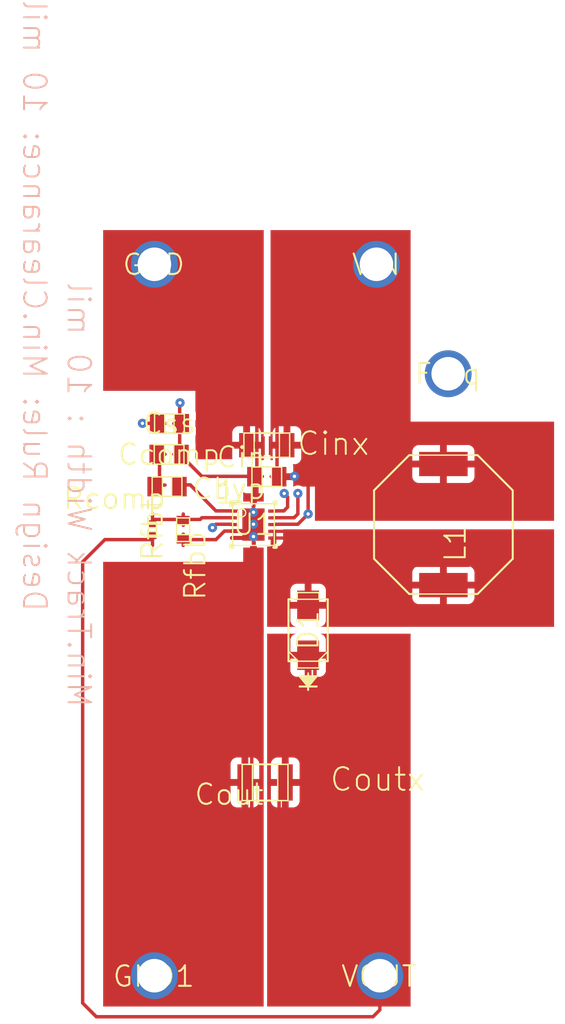
<source format=kicad_pcb>
(kicad_pcb (version 20221018) (generator pcbnew)
  (layers (0 "F.Cu" signal "TOP") (1 "In1.Cu" signal "BOTTOM") (2 "In2.Cu" signal "INTERNAL1") (3 "In3.Cu" signal "INTERNAL2") (4 "In4.Cu" signal "INTERNAL3") (5 "In5.Cu" signal "INTERNAL4") (6 "In6.Cu" signal "INTERNAL5") (7 "In7.Cu" signal "INTERNAL6") (8 "In8.Cu" signal "INTERNAL7") (31 "B.Cu" signal "INTERNAL8") (34 "B.Paste" user) (35 "F.Paste" user) (36 "B.SilkS" user "B.Silkscreen") (37 "F.SilkS" user "F.Silkscreen") (38 "B.Mask" user) (39 "F.Mask" user) (44 "Edge.Cuts" user))
  (net 0 "")
  (net 1 "0")
  (net 2 "2")
  (net 3 "1")
  (net 4 "14")
  (net 5 "13")
  (net 6 "5")
  (net 7 "7")
  (net 8 "4")
  (net 9 "6")
  (footprint "TP-1502" (layer "F.Cu") (at 207.1497 31.369)
    (fp_text reference "Freq" (at 0 0) (layer "F.SilkS") (effects (font (size 1.524 1.524))))
    (fp_text value "" (at 0 0) (layer "F.SilkS") (effects (font (size 1.524 1.524))))
    (pad "1" thru_hole circle (at 0 0) (size 1.3208 1.3208) (drill 0.8128) (layers "*.Cu" "*.Mask") (net 5 "13"))
  )
  (footprint "1206" (layer "F.Cu") (at 193.6877 36.6522 180)
    (fp_text reference "Cin" (at 0 0 180) (layer "F.SilkS") (effects (font (size 1.524 1.524)) (justify right top)))
    (fp_text value "" (at 0 0 180) (layer "F.SilkS") (effects (font (size 1.524 1.524)) (justify right top)))
    (fp_line (start -1.7018 -0.9017) (end -1.7018 0.9017) (stroke (width 0.1)) (layer "F.SilkS"))
    (fp_line (start -1.7018 -0.9017) (end -1.7018 0.9017) (stroke (width 0.1)) (layer "F.SilkS"))
    (fp_line (start -1.7018 0.9017) (end -0.9398 0.9017) (stroke (width 0.1)) (layer "F.SilkS"))
    (fp_line (start -1.7018 0.9017) (end 1.7018 0.9017) (stroke (width 0.1)) (layer "F.SilkS"))
    (fp_line (start -0.9398 -0.9017) (end -1.7018 -0.9017) (stroke (width 0.1)) (layer "F.SilkS"))
    (fp_line (start -0.9398 0.9017) (end -0.9398 -0.9017) (stroke (width 0.1)) (layer "F.SilkS"))
    (fp_line (start -0.6071 0.9017) (end 0.6071 0.9017) (stroke (width 0.1524)) (layer "F.SilkS"))
    (fp_line (start 0.6071 -0.9017) (end -0.6071 -0.9017) (stroke (width 0.1524)) (layer "F.SilkS"))
    (fp_line (start 0.9398 -0.9017) (end 0.9398 0.9017) (stroke (width 0.1)) (layer "F.SilkS"))
    (fp_line (start 0.9398 0.9017) (end 1.7018 0.9017) (stroke (width 0.1)) (layer "F.SilkS"))
    (fp_line (start 1.7018 -0.9017) (end -1.7018 -0.9017) (stroke (width 0.1)) (layer "F.SilkS"))
    (fp_line (start 1.7018 -0.9017) (end 0.9398 -0.9017) (stroke (width 0.1)) (layer "F.SilkS"))
    (fp_line (start 1.7018 0.9017) (end 1.7018 -0.9017) (stroke (width 0.1)) (layer "F.SilkS"))
    (fp_line (start 1.7018 0.9017) (end 1.7018 -0.9017) (stroke (width 0.1)) (layer "F.SilkS"))
    (pad "1" smd rect (at -1.4986 0 180) (size 1.1176 1.8034) (layers "F.Cu" "F.Paste" "F.Mask") (net 3 "1"))
    (pad "2" smd rect (at 1.4986 0 180) (size 1.1176 1.8034) (layers "F.Cu" "F.Paste" "F.Mask") (net 1 "0"))
  )
  (footprint "TP-1502" (layer "F.Cu") (at 202.0443 76.0984)
    (fp_text reference "VOUT" (at 0 0) (layer "F.SilkS") (effects (font (size 1.524 1.524))))
    (fp_text value "" (at 0 0) (layer "F.SilkS") (effects (font (size 1.524 1.524))))
    (pad "1" thru_hole circle (at 0 0) (size 1.3208 1.3208) (drill 0.8128) (layers "*.Cu" "*.Mask") (net 2 "2"))
  )
  (footprint "TP-1502" (layer "F.Cu") (at 185.2803 76.0984)
    (fp_text reference "GND1" (at 0 0) (layer "F.SilkS") (effects (font (size 1.524 1.524))))
    (fp_text value "" (at 0 0) (layer "F.SilkS") (effects (font (size 1.524 1.524))))
    (pad "1" thru_hole circle (at 0 0) (size 1.3208 1.3208) (drill 0.8128) (layers "*.Cu" "*.Mask") (net 1 "0"))
  )
  (footprint "TP-1502" (layer "F.Cu") (at 185.2803 23.241)
    (fp_text reference "GND" (at 0 0) (layer "F.SilkS") (effects (font (size 1.524 1.524))))
    (fp_text value "" (at 0 0) (layer "F.SilkS") (effects (font (size 1.524 1.524))))
    (pad "1" thru_hole circle (at 0 0) (size 1.3208 1.3208) (drill 0.8128) (layers "*.Cu" "*.Mask") (net 1 "0"))
  )
  (footprint "TP-1502" (layer "F.Cu") (at 201.8157 23.241)
    (fp_text reference "VIN" (at 0 0) (layer "F.SilkS") (effects (font (size 1.524 1.524))))
    (fp_text value "" (at 0 0) (layer "F.SilkS") (effects (font (size 1.524 1.524))))
    (pad "1" thru_hole circle (at 0 0) (size 1.3208 1.3208) (drill 0.8128) (layers "*.Cu" "*.Mask") (net 3 "1"))
  )
  (footprint "0805" (layer "F.Cu") (at 193.6877 38.989 180)
    (fp_text reference "Cbyp" (at 0 0 180) (layer "F.SilkS") (effects (font (size 1.524 1.524)) (justify right top)))
    (fp_text value "" (at 0 0 180) (layer "F.SilkS") (effects (font (size 1.524 1.524)) (justify right top)))
    (fp_line (start -1.1049 -0.7239) (end -1.1049 0.7239) (stroke (width 0.1)) (layer "F.SilkS"))
    (fp_line (start -1.1049 -0.7239) (end -1.1049 0.7239) (stroke (width 0.1)) (layer "F.SilkS"))
    (fp_line (start -1.1049 0.7239) (end -0.3429 0.7239) (stroke (width 0.1)) (layer "F.SilkS"))
    (fp_line (start -1.1049 0.7239) (end 1.1049 0.7239) (stroke (width 0.1)) (layer "F.SilkS"))
    (fp_line (start -0.3429 -0.7239) (end -1.1049 -0.7239) (stroke (width 0.1)) (layer "F.SilkS"))
    (fp_line (start -0.3429 0.7239) (end -0.3429 -0.7239) (stroke (width 0.1)) (layer "F.SilkS"))
    (fp_line (start 0.3429 -0.7239) (end 0.3429 0.7239) (stroke (width 0.1)) (layer "F.SilkS"))
    (fp_line (start 0.3429 0.7239) (end 1.1049 0.7239) (stroke (width 0.1)) (layer "F.SilkS"))
    (fp_line (start 1.1049 -0.7239) (end -1.1049 -0.7239) (stroke (width 0.1)) (layer "F.SilkS"))
    (fp_line (start 1.1049 -0.7239) (end 0.3429 -0.7239) (stroke (width 0.1)) (layer "F.SilkS"))
    (fp_line (start 1.1049 0.7239) (end 1.1049 -0.7239) (stroke (width 0.1)) (layer "F.SilkS"))
    (fp_line (start 1.1049 0.7239) (end 1.1049 -0.7239) (stroke (width 0.1)) (layer "F.SilkS"))
    (pad "1" smd rect (at -0.9017 0 180) (size 1.1176 1.4478) (layers "F.Cu" "F.Paste" "F.Mask") (net 3 "1"))
    (pad "2" smd rect (at 0.9017 0 180) (size 1.1176 1.4478) (layers "F.Cu" "F.Paste" "F.Mask") (net 1 "0"))
  )
  (footprint "1210" (layer "F.Cu") (at 193.5607 61.6966 180)
    (fp_text reference "Cout" (at 0 0 180) (layer "F.SilkS") (effects (font (size 1.524 1.524)) (justify right top)))
    (fp_text value "" (at 0 0 180) (layer "F.SilkS") (effects (font (size 1.524 1.524)) (justify right top)))
    (fp_line (start -1.7018 -1.3462) (end -1.7018 1.3462) (stroke (width 0.1)) (layer "F.SilkS"))
    (fp_line (start -1.7018 -1.3462) (end -1.7018 1.3462) (stroke (width 0.1)) (layer "F.SilkS"))
    (fp_line (start -1.7018 1.3462) (end -0.9398 1.3462) (stroke (width 0.1)) (layer "F.SilkS"))
    (fp_line (start -1.7018 1.3462) (end 1.7018 1.3462) (stroke (width 0.1)) (layer "F.SilkS"))
    (fp_line (start -0.9398 -1.3462) (end -1.7018 -1.3462) (stroke (width 0.1)) (layer "F.SilkS"))
    (fp_line (start -0.9398 1.3462) (end -0.9398 -1.3462) (stroke (width 0.1)) (layer "F.SilkS"))
    (fp_line (start -0.6071 1.3462) (end 0.6071 1.3462) (stroke (width 0.1524)) (layer "F.SilkS"))
    (fp_line (start 0.6071 -1.3462) (end -0.6071 -1.3462) (stroke (width 0.1524)) (layer "F.SilkS"))
    (fp_line (start 0.9398 -1.3462) (end 0.9398 1.3462) (stroke (width 0.1)) (layer "F.SilkS"))
    (fp_line (start 0.9398 1.3462) (end 1.7018 1.3462) (stroke (width 0.1)) (layer "F.SilkS"))
    (fp_line (start 1.7018 -1.3462) (end -1.7018 -1.3462) (stroke (width 0.1)) (layer "F.SilkS"))
    (fp_line (start 1.7018 -1.3462) (end 0.9398 -1.3462) (stroke (width 0.1)) (layer "F.SilkS"))
    (fp_line (start 1.7018 1.3462) (end 1.7018 -1.3462) (stroke (width 0.1)) (layer "F.SilkS"))
    (fp_line (start 1.7018 1.3462) (end 1.7018 -1.3462) (stroke (width 0.1)) (layer "F.SilkS"))
    (pad "1" smd rect (at -1.4986 0 180) (size 1.1176 2.6924) (layers "F.Cu" "F.Paste" "F.Mask") (net 2 "2"))
    (pad "2" smd rect (at 1.4986 0 180) (size 1.1176 2.6924) (layers "F.Cu" "F.Paste" "F.Mask") (net 1 "0"))
  )
  (footprint "DRC0010A" (layer "F.Cu") (at 192.6971 42.545)
    (fp_text reference "U1" (at 0 0) (layer "F.SilkS") (effects (font (size 1.524 1.524))))
    (fp_text value "" (at 0 0) (layer "F.SilkS") (effects (font (size 1.524 1.524))))
    (fp_line (start -1.7 -1.7) (end -0.965 -1.7) (stroke (width 0.2)) (layer "F.SilkS"))
    (fp_line (start -1.7 -1.39) (end -1.7 -1.7) (stroke (width 0.2)) (layer "F.SilkS"))
    (fp_line (start -1.7 1.7) (end -1.7 1.5) (stroke (width 0.2)) (layer "F.SilkS"))
    (fp_line (start -1.7 1.7) (end -1.5 1.7) (stroke (width 0.2)) (layer "F.SilkS"))
    (fp_line (start -1.55 -1.55) (end 1.55 -1.55) (stroke (width 0.1)) (layer "F.SilkS"))
    (fp_line (start -1.55 1.55) (end -1.55 -1.55) (stroke (width 0.1)) (layer "F.SilkS"))
    (fp_line (start -1.55 1.55) (end 1.55 1.55) (stroke (width 0.1)) (layer "F.SilkS"))
    (fp_line (start 1.5 -1.7) (end 1.7 -1.7) (stroke (width 0.2)) (layer "F.SilkS"))
    (fp_line (start 1.5 1.7) (end 1.7 1.7) (stroke (width 0.2)) (layer "F.SilkS"))
    (fp_line (start 1.55 1.55) (end 1.55 -1.55) (stroke (width 0.1)) (layer "F.SilkS"))
    (fp_line (start 1.7 -1.5) (end 1.7 -1.7) (stroke (width 0.2)) (layer "F.SilkS"))
    (fp_line (start 1.7 1.7) (end 1.7 1.5) (stroke (width 0.2)) (layer "F.SilkS"))
    (fp_circle (center -0.875 -0.875) (end -0.575 -0.875) (stroke (width 0.1016)) (fill none) (layer "F.SilkS"))
    (pad "1" smd rect (at -1.4 -1) (size 0.6 0.24) (layers "F.Cu" "F.Paste" "F.Mask") (net 6 "5"))
    (pad "2" smd rect (at -1.4 -0.5) (size 0.6 0.24) (layers "F.Cu" "F.Paste" "F.Mask") (net 9 "6"))
    (pad "3" smd rect (at -1.4 0) (size 0.6 0.24) (layers "F.Cu" "F.Paste" "F.Mask") (net 3 "1"))
    (pad "4" smd rect (at -1.4 0.5) (size 0.6 0.24) (layers "F.Cu" "F.Paste" "F.Mask") (net 1 "0"))
    (pad "5" smd rect (at -1.4 1) (size 0.6 0.24) (layers "F.Cu" "F.Paste" "F.Mask") (net 1 "0"))
    (pad "6" smd rect (at 1.4 1) (size 0.6 0.24) (layers "F.Cu" "F.Paste" "F.Mask") (net 8 "4"))
    (pad "7" smd rect (at 1.4 0.5) (size 0.6 0.24) (layers "F.Cu" "F.Paste" "F.Mask") (net 8 "4"))
    (pad "8" smd rect (at 1.4 0) (size 0.6 0.24) (layers "F.Cu" "F.Paste" "F.Mask") (net 3 "1"))
    (pad "9" smd rect (at 1.4 -0.5) (size 0.6 0.24) (layers "F.Cu" "F.Paste" "F.Mask") (net 5 "13"))
    (pad "10" smd rect (at 1.4 -1) (size 0.6 0.24) (layers "F.Cu" "F.Paste" "F.Mask") (net 4 "14"))
    (pad "11" smd rect (at 0 0) (size 1.65 2.4) (layers "F.Cu" "F.Paste" "F.Mask") (net 1 "0"))
  )
  (footprint "0603" (layer "F.Cu") (at 187.4647 42.926 -90)
    (fp_text reference "Rfbb" (at 0 0 270) (layer "F.SilkS") (effects (font (size 1.524 1.524)) (justify right top)))
    (fp_text value "" (at 0 0 270) (layer "F.SilkS") (effects (font (size 1.524 1.524)) (justify right top)))
    (fp_line (start -0.8763 -0.4826) (end -0.8763 0.4826) (stroke (width 0.1)) (layer "F.SilkS"))
    (fp_line (start -0.8763 -0.4826) (end -0.8763 0.4826) (stroke (width 0.1)) (layer "F.SilkS"))
    (fp_line (start -0.8763 0.4826) (end -0.3683 0.4826) (stroke (width 0.1)) (layer "F.SilkS"))
    (fp_line (start -0.8763 0.4826) (end 0.8763 0.4826) (stroke (width 0.1)) (layer "F.SilkS"))
    (fp_line (start -0.3683 -0.4826) (end -0.8763 -0.4826) (stroke (width 0.1)) (layer "F.SilkS"))
    (fp_line (start -0.3683 0.4826) (end -0.3683 -0.4826) (stroke (width 0.1)) (layer "F.SilkS"))
    (fp_line (start 0.3683 -0.4826) (end 0.3683 0.4826) (stroke (width 0.1)) (layer "F.SilkS"))
    (fp_line (start 0.3683 0.4826) (end 0.8763 0.4826) (stroke (width 0.1)) (layer "F.SilkS"))
    (fp_line (start 0.8763 -0.4826) (end -0.8763 -0.4826) (stroke (width 0.1)) (layer "F.SilkS"))
    (fp_line (start 0.8763 -0.4826) (end 0.3683 -0.4826) (stroke (width 0.1)) (layer "F.SilkS"))
    (fp_line (start 0.8763 0.4826) (end 0.8763 -0.4826) (stroke (width 0.1)) (layer "F.SilkS"))
    (fp_line (start 0.8763 0.4826) (end 0.8763 -0.4826) (stroke (width 0.1)) (layer "F.SilkS"))
    (pad "1" smd rect (at -0.6985 0 270) (size 0.6604 0.9652) (layers "F.Cu" "F.Paste" "F.Mask") (net 9 "6"))
    (pad "2" smd rect (at 0.6985 0 270) (size 0.6604 0.9652) (layers "F.Cu" "F.Paste" "F.Mask") (net 1 "0"))
  )
  (footprint "0805" (layer "F.Cu") (at 186.4487 35.052)
    (fp_text reference "Css" (at 0 0) (layer "F.SilkS") (effects (font (size 1.524 1.524))))
    (fp_text value "" (at 0 0) (layer "F.SilkS") (effects (font (size 1.524 1.524))))
    (fp_line (start -1.1049 -0.7239) (end -1.1049 0.7239) (stroke (width 0.1)) (layer "F.SilkS"))
    (fp_line (start -1.1049 -0.7239) (end -1.1049 0.7239) (stroke (width 0.1)) (layer "F.SilkS"))
    (fp_line (start -1.1049 0.7239) (end -0.3429 0.7239) (stroke (width 0.1)) (layer "F.SilkS"))
    (fp_line (start -1.1049 0.7239) (end 1.1049 0.7239) (stroke (width 0.1)) (layer "F.SilkS"))
    (fp_line (start -0.3429 -0.7239) (end -1.1049 -0.7239) (stroke (width 0.1)) (layer "F.SilkS"))
    (fp_line (start -0.3429 0.7239) (end -0.3429 -0.7239) (stroke (width 0.1)) (layer "F.SilkS"))
    (fp_line (start 0.3429 -0.7239) (end 0.3429 0.7239) (stroke (width 0.1)) (layer "F.SilkS"))
    (fp_line (start 0.3429 0.7239) (end 1.1049 0.7239) (stroke (width 0.1)) (layer "F.SilkS"))
    (fp_line (start 1.1049 -0.7239) (end -1.1049 -0.7239) (stroke (width 0.1)) (layer "F.SilkS"))
    (fp_line (start 1.1049 -0.7239) (end 0.3429 -0.7239) (stroke (width 0.1)) (layer "F.SilkS"))
    (fp_line (start 1.1049 0.7239) (end 1.1049 -0.7239) (stroke (width 0.1)) (layer "F.SilkS"))
    (fp_line (start 1.1049 0.7239) (end 1.1049 -0.7239) (stroke (width 0.1)) (layer "F.SilkS"))
    (pad "1" smd rect (at -0.9017 0) (size 1.1176 1.4478) (layers "F.Cu" "F.Paste" "F.Mask") (net 4 "14"))
    (pad "2" smd rect (at 0.9017 0) (size 1.1176 1.4478) (layers "F.Cu" "F.Paste" "F.Mask") (net 1 "0"))
  )
  (footprint "0805" (layer "F.Cu") (at 186.2709 39.7256 180)
    (fp_text reference "Rcomp" (at 0 0 180) (layer "F.SilkS") (effects (font (size 1.524 1.524)) (justify right top)))
    (fp_text value "" (at 0 0 180) (layer "F.SilkS") (effects (font (size 1.524 1.524)) (justify right top)))
    (fp_line (start -1.1049 -0.7239) (end -1.1049 0.7239) (stroke (width 0.1)) (layer "F.SilkS"))
    (fp_line (start -1.1049 -0.7239) (end -1.1049 0.7239) (stroke (width 0.1)) (layer "F.SilkS"))
    (fp_line (start -1.1049 0.7239) (end -0.3429 0.7239) (stroke (width 0.1)) (layer "F.SilkS"))
    (fp_line (start -1.1049 0.7239) (end 1.1049 0.7239) (stroke (width 0.1)) (layer "F.SilkS"))
    (fp_line (start -0.3429 -0.7239) (end -1.1049 -0.7239) (stroke (width 0.1)) (layer "F.SilkS"))
    (fp_line (start -0.3429 0.7239) (end -0.3429 -0.7239) (stroke (width 0.1)) (layer "F.SilkS"))
    (fp_line (start 0.3429 -0.7239) (end 0.3429 0.7239) (stroke (width 0.1)) (layer "F.SilkS"))
    (fp_line (start 0.3429 0.7239) (end 1.1049 0.7239) (stroke (width 0.1)) (layer "F.SilkS"))
    (fp_line (start 1.1049 -0.7239) (end -1.1049 -0.7239) (stroke (width 0.1)) (layer "F.SilkS"))
    (fp_line (start 1.1049 -0.7239) (end 0.3429 -0.7239) (stroke (width 0.1)) (layer "F.SilkS"))
    (fp_line (start 1.1049 0.7239) (end 1.1049 -0.7239) (stroke (width 0.1)) (layer "F.SilkS"))
    (fp_line (start 1.1049 0.7239) (end 1.1049 -0.7239) (stroke (width 0.1)) (layer "F.SilkS"))
    (pad "1" smd rect (at -0.9017 0 180) (size 1.1176 1.4478) (layers "F.Cu" "F.Paste" "F.Mask") (net 6 "5"))
    (pad "2" smd rect (at 0.9017 0 180) (size 1.1176 1.4478) (layers "F.Cu" "F.Paste" "F.Mask") (net 7 "7"))
  )
  (footprint "0805" (layer "F.Cu") (at 186.4233 37.338)
    (fp_text reference "Ccomp" (at 0 0) (layer "F.SilkS") (effects (font (size 1.524 1.524))))
    (fp_text value "" (at 0 0) (layer "F.SilkS") (effects (font (size 1.524 1.524))))
    (fp_line (start -1.1049 -0.7239) (end -1.1049 0.7239) (stroke (width 0.1)) (layer "F.SilkS"))
    (fp_line (start -1.1049 -0.7239) (end -1.1049 0.7239) (stroke (width 0.1)) (layer "F.SilkS"))
    (fp_line (start -1.1049 0.7239) (end -0.3429 0.7239) (stroke (width 0.1)) (layer "F.SilkS"))
    (fp_line (start -1.1049 0.7239) (end 1.1049 0.7239) (stroke (width 0.1)) (layer "F.SilkS"))
    (fp_line (start -0.3429 -0.7239) (end -1.1049 -0.7239) (stroke (width 0.1)) (layer "F.SilkS"))
    (fp_line (start -0.3429 0.7239) (end -0.3429 -0.7239) (stroke (width 0.1)) (layer "F.SilkS"))
    (fp_line (start 0.3429 -0.7239) (end 0.3429 0.7239) (stroke (width 0.1)) (layer "F.SilkS"))
    (fp_line (start 0.3429 0.7239) (end 1.1049 0.7239) (stroke (width 0.1)) (layer "F.SilkS"))
    (fp_line (start 1.1049 -0.7239) (end -1.1049 -0.7239) (stroke (width 0.1)) (layer "F.SilkS"))
    (fp_line (start 1.1049 -0.7239) (end 0.3429 -0.7239) (stroke (width 0.1)) (layer "F.SilkS"))
    (fp_line (start 1.1049 0.7239) (end 1.1049 -0.7239) (stroke (width 0.1)) (layer "F.SilkS"))
    (fp_line (start 1.1049 0.7239) (end 1.1049 -0.7239) (stroke (width 0.1)) (layer "F.SilkS"))
    (pad "1" smd rect (at -0.9017 0) (size 1.1176 1.4478) (layers "F.Cu" "F.Paste" "F.Mask") (net 7 "7"))
    (pad "2" smd rect (at 0.9017 0) (size 1.1176 1.4478) (layers "F.Cu" "F.Paste" "F.Mask") (net 1 "0"))
  )
  (footprint "0402" (layer "F.Cu") (at 185.1787 42.926 90)
    (fp_text reference "Rfbt" (at 0 0 90) (layer "F.SilkS") (effects (font (size 1.524 1.524))))
    (fp_text value "" (at 0 0 90) (layer "F.SilkS") (effects (font (size 1.524 1.524))))
    (fp_line (start -0.5461 -0.3048) (end -0.5461 0.3048) (stroke (width 0.1)) (layer "F.SilkS"))
    (fp_line (start -0.5461 -0.3048) (end -0.5461 0.3048) (stroke (width 0.1)) (layer "F.SilkS"))
    (fp_line (start -0.5461 0.3048) (end -0.1397 0.3048) (stroke (width 0.1)) (layer "F.SilkS"))
    (fp_line (start -0.5461 0.3048) (end 0.5461 0.3048) (stroke (width 0.1)) (layer "F.SilkS"))
    (fp_line (start -0.1397 -0.3048) (end -0.5461 -0.3048) (stroke (width 0.1)) (layer "F.SilkS"))
    (fp_line (start -0.1397 0.3048) (end -0.1397 -0.3048) (stroke (width 0.1)) (layer "F.SilkS"))
    (fp_line (start 0.1397 -0.3048) (end 0.1397 0.3048) (stroke (width 0.1)) (layer "F.SilkS"))
    (fp_line (start 0.1397 0.3048) (end 0.5461 0.3048) (stroke (width 0.1)) (layer "F.SilkS"))
    (fp_line (start 0.5461 -0.3048) (end -0.5461 -0.3048) (stroke (width 0.1)) (layer "F.SilkS"))
    (fp_line (start 0.5461 -0.3048) (end 0.1397 -0.3048) (stroke (width 0.1)) (layer "F.SilkS"))
    (fp_line (start 0.5461 0.3048) (end 0.5461 -0.3048) (stroke (width 0.1)) (layer "F.SilkS"))
    (fp_line (start 0.5461 0.3048) (end 0.5461 -0.3048) (stroke (width 0.1)) (layer "F.SilkS"))
    (pad "1" smd rect (at -0.4191 0 90) (size 0.5588 0.6096) (layers "F.Cu" "F.Paste" "F.Mask") (net 2 "2"))
    (pad "2" smd rect (at 0.4191 0 90) (size 0.5588 0.6096) (layers "F.Cu" "F.Paste" "F.Mask") (net 9 "6"))
  )
  (footprint "SRU1048" (layer "F.Cu") (at 206.8195 42.545 -90)
    (fp_text reference "L1" (at 0 0 270) (layer "F.SilkS") (effects (font (size 1.524 1.524)) (justify right top)))
    (fp_text value "" (at 0 0 270) (layer "F.SilkS") (effects (font (size 1.524 1.524)) (justify right top)))
    (fp_line (start -5.1562 -2.54) (end -2.54 -5.1562) (stroke (width 0.1)) (layer "F.SilkS"))
    (fp_line (start -5.1562 -2.54) (end -2.54 -5.1562) (stroke (width 0.1524)) (layer "F.SilkS"))
    (fp_line (start -5.1562 -2.1361) (end -5.1562 -2.54) (stroke (width 0.1524)) (layer "F.SilkS"))
    (fp_line (start -5.1562 2.54) (end -5.1562 -2.54) (stroke (width 0.1)) (layer "F.SilkS"))
    (fp_line (start -5.1562 2.54) (end -5.1562 2.1361) (stroke (width 0.1524)) (layer "F.SilkS"))
    (fp_line (start -2.54 -5.1562) (end 2.54 -5.1562) (stroke (width 0.1)) (layer "F.SilkS"))
    (fp_line (start -2.54 -5.1562) (end 2.54 -5.1562) (stroke (width 0.1524)) (layer "F.SilkS"))
    (fp_line (start -2.54 5.1562) (end -5.1562 2.54) (stroke (width 0.1)) (layer "F.SilkS"))
    (fp_line (start -2.54 5.1562) (end -5.1562 2.54) (stroke (width 0.1524)) (layer "F.SilkS"))
    (fp_line (start 2.54 -5.1562) (end 5.1562 -2.54) (stroke (width 0.1)) (layer "F.SilkS"))
    (fp_line (start 2.54 -5.1562) (end 5.1562 -2.54) (stroke (width 0.1524)) (layer "F.SilkS"))
    (fp_line (start 2.54 5.1562) (end -2.54 5.1562) (stroke (width 0.1)) (layer "F.SilkS"))
    (fp_line (start 2.54 5.1562) (end -2.54 5.1562) (stroke (width 0.1524)) (layer "F.SilkS"))
    (fp_line (start 5.1562 -2.54) (end 5.1562 -2.1361) (stroke (width 0.1524)) (layer "F.SilkS"))
    (fp_line (start 5.1562 -2.54) (end 5.1562 2.54) (stroke (width 0.1)) (layer "F.SilkS"))
    (fp_line (start 5.1562 2.1361) (end 5.1562 2.54) (stroke (width 0.1524)) (layer "F.SilkS"))
    (fp_line (start 5.1562 2.54) (end 2.54 5.1562) (stroke (width 0.1)) (layer "F.SilkS"))
    (fp_line (start 5.1562 2.54) (end 2.54 5.1562) (stroke (width 0.1524)) (layer "F.SilkS"))
    (pad "1" smd rect (at -4.4958 0 270) (size 1.8034 3.6068) (layers "F.Cu" "F.Paste" "F.Mask") (net 3 "1"))
    (pad "2" smd rect (at 4.4958 0 270) (size 1.8034 3.6068) (layers "F.Cu" "F.Paste" "F.Mask") (net 8 "4"))
  )
  (footprint "SMA" (layer "F.Cu") (at 196.7611 50.3936 90)
    (fp_text reference "D1" (at 0 0 90) (layer "F.SilkS") (effects (font (size 1.524 1.524))))
    (fp_text value "" (at 0 0 90) (layer "F.SilkS") (effects (font (size 1.524 1.524))))
    (fp_line (start -4.1783 -0.635) (end -4.1783 0.635) (stroke (width 0.1)) (layer "F.SilkS"))
    (fp_line (start -4.1783 -0.635) (end -4.1783 0.635) (stroke (width 0.1524)) (layer "F.SilkS"))
    (fp_line (start -4.1783 0) (end -3.4163 -0.635) (stroke (width 0.1)) (layer "F.SilkS"))
    (fp_line (start -4.1783 0) (end -3.4163 -0.635) (stroke (width 0.1524)) (layer "F.SilkS"))
    (fp_line (start -4.1783 0) (end -3.4163 -0.508) (stroke (width 0.1)) (layer "F.SilkS"))
    (fp_line (start -4.1783 0) (end -3.4163 -0.508) (stroke (width 0.1524)) (layer "F.SilkS"))
    (fp_line (start -4.1783 0) (end -3.4163 -0.381) (stroke (width 0.1)) (layer "F.SilkS"))
    (fp_line (start -4.1783 0) (end -3.4163 -0.381) (stroke (width 0.1524)) (layer "F.SilkS"))
    (fp_line (start -4.1783 0) (end -3.4163 -0.254) (stroke (width 0.1)) (layer "F.SilkS"))
    (fp_line (start -4.1783 0) (end -3.4163 -0.254) (stroke (width 0.1524)) (layer "F.SilkS"))
    (fp_line (start -4.1783 0) (end -3.4163 -0.127) (stroke (width 0.1)) (layer "F.SilkS"))
    (fp_line (start -4.1783 0) (end -3.4163 -0.127) (stroke (width 0.1524)) (layer "F.SilkS"))
    (fp_line (start -4.1783 0) (end -3.4163 0.127) (stroke (width 0.1)) (layer "F.SilkS"))
    (fp_line (start -4.1783 0) (end -3.4163 0.127) (stroke (width 0.1524)) (layer "F.SilkS"))
    (fp_line (start -4.1783 0) (end -3.4163 0.254) (stroke (width 0.1)) (layer "F.SilkS"))
    (fp_line (start -4.1783 0) (end -3.4163 0.254) (stroke (width 0.1524)) (layer "F.SilkS"))
    (fp_line (start -4.1783 0) (end -3.4163 0.381) (stroke (width 0.1)) (layer "F.SilkS"))
    (fp_line (start -4.1783 0) (end -3.4163 0.381) (stroke (width 0.1524)) (layer "F.SilkS"))
    (fp_line (start -4.1783 0) (end -3.4163 0.508) (stroke (width 0.1)) (layer "F.SilkS"))
    (fp_line (start -4.1783 0) (end -3.4163 0.508) (stroke (width 0.1524)) (layer "F.SilkS"))
    (fp_line (start -4.1783 0) (end -3.4163 0.635) (stroke (width 0.1)) (layer "F.SilkS"))
    (fp_line (start -4.1783 0) (end -3.4163 0.635) (stroke (width 0.1524)) (layer "F.SilkS"))
    (fp_line (start -3.4163 -0.635) (end -3.4163 0.635) (stroke (width 0.1)) (layer "F.SilkS"))
    (fp_line (start -3.4163 -0.635) (end -3.4163 0.635) (stroke (width 0.1524)) (layer "F.SilkS"))
    (fp_line (start -3.2791 0) (end -4.4323 0) (stroke (width 0.1524)) (layer "F.SilkS"))
    (fp_line (start -3.1623 0) (end -4.4323 0) (stroke (width 0.1)) (layer "F.SilkS"))
    (fp_line (start -2.794 -0.8128) (end -2.794 0.8128) (stroke (width 0.1)) (layer "F.SilkS"))
    (fp_line (start -2.794 0.8128) (end -2.2987 0.8128) (stroke (width 0.1)) (layer "F.SilkS"))
    (fp_line (start -2.2987 -1.4605) (end -2.2987 -1.1455) (stroke (width 0.1524)) (layer "F.SilkS"))
    (fp_line (start -2.2987 -1.4605) (end -2.2987 1.4605) (stroke (width 0.1)) (layer "F.SilkS"))
    (fp_line (start -2.2987 -0.8128) (end -2.794 -0.8128) (stroke (width 0.1)) (layer "F.SilkS"))
    (fp_line (start -2.2987 -0.7302) (end -1.5684 -1.4605) (stroke (width 0.1)) (layer "F.SilkS"))
    (fp_line (start -2.2987 0.7302) (end -1.5684 1.4605) (stroke (width 0.1)) (layer "F.SilkS"))
    (fp_line (start -2.2987 0.8128) (end -2.2987 -0.8128) (stroke (width 0.1)) (layer "F.SilkS"))
    (fp_line (start -2.2987 1.1455) (end -2.2987 1.4605) (stroke (width 0.1524)) (layer "F.SilkS"))
    (fp_line (start -2.2987 1.4605) (end 2.2987 1.4605) (stroke (width 0.1)) (layer "F.SilkS"))
    (fp_line (start -2.2987 1.4605) (end 2.2987 1.4605) (stroke (width 0.1524)) (layer "F.SilkS"))
    (fp_line (start 2.2987 -1.4605) (end -2.2987 -1.4605) (stroke (width 0.1)) (layer "F.SilkS"))
    (fp_line (start 2.2987 -1.4605) (end -2.2987 -1.4605) (stroke (width 0.1524)) (layer "F.SilkS"))
    (fp_line (start 2.2987 -1.1455) (end 2.2987 -1.4605) (stroke (width 0.1524)) (layer "F.SilkS"))
    (fp_line (start 2.2987 -0.8128) (end 2.2987 0.8128) (stroke (width 0.1)) (layer "F.SilkS"))
    (fp_line (start 2.2987 0.8128) (end 2.794 0.8128) (stroke (width 0.1)) (layer "F.SilkS"))
    (fp_line (start 2.2987 1.4605) (end 2.2987 -1.4605) (stroke (width 0.1)) (layer "F.SilkS"))
    (fp_line (start 2.2987 1.4605) (end 2.2987 1.1455) (stroke (width 0.1524)) (layer "F.SilkS"))
    (fp_line (start 2.794 -0.8128) (end 2.2987 -0.8128) (stroke (width 0.1)) (layer "F.SilkS"))
    (fp_line (start 2.794 0.8128) (end 2.794 -0.8128) (stroke (width 0.1)) (layer "F.SilkS"))
    (pad "1" smd rect (at -1.8542 0 90) (size 2.1844 1.6256) (layers "F.Cu" "F.Paste" "F.Mask") (net 2 "2"))
    (pad "2" smd rect (at 1.8542 0 90) (size 2.1844 1.6256) (layers "F.Cu" "F.Paste" "F.Mask") (net 8 "4"))
  )
  (gr_text "Design Rule: Min.Clearance: 10 mil" (at 175.4251 49.1236 270) (layer "B.SilkS") (effects (font (size 1.6891 1.6891) (thickness 0.14224)) (justify left bottom mirror)))
  (gr_text "Min.Track Width : 10 mil" (at 178.7271 56.2356 270) (layer "B.SilkS") (effects (font (size 1.6891 1.6891) (thickness 0.14224)) (justify left bottom mirror)))
  (gr_text "Cinx" (at 195.8467 37.5158) (layer "F.SilkS") (effects (font (size 1.6891 1.6891) (thickness 0.14224)) (justify left bottom)))
  (gr_text "Coutx" (at 198.2851 62.4586) (layer "F.SilkS") (effects (font (size 1.6891 1.6891) (thickness 0.14224)) (justify left bottom)))
  (gr_text "1" (at 189.7761 41.1226) (layer "F.SilkS") (effects (font (size 1.6891 1.6891) (thickness 0.14224)) (justify left bottom)))
  (segment (start 191.0969 43.0276) (end 192.2653 43.0276) (width 0.3048) (layer "F.Cu") (net 1))
  (segment (start 187.2107 35.0266) (end 187.2107 33.528) (width 0.254) (layer "F.Cu") (net 1))
  (segment (start 187.2107 37.3126) (end 188.8617 38.9636) (width 0.254) (layer "F.Cu") (net 1))
  (segment (start 189.9031 43.6626) (end 190.5381 43.0276) (width 0.254) (layer "F.Cu") (net 1))
  (segment (start 192.5701 73.6346) (end 192.5701 68.5546) (width 0.254) (layer "F.Cu") (net 1))
  (segment (start 190.5381 43.0276) (end 191.0969 43.0276) (width 0.254) (layer "F.Cu") (net 1))
  (segment (start 192.5701 68.5546) (end 192.5701 61.8236) (width 0.254) (layer "F.Cu") (net 1))
  (segment (start 192.2653 43.0276) (end 192.6971 43.434) (width 0.3048) (layer "F.Cu") (net 1))
  (segment (start 187.2107 37.3126) (end 187.2107 35.0266) (width 0.254) (layer "F.Cu") (net 1))
  (segment (start 188.8617 38.9636) (end 192.9511 38.9636) (width 0.254) (layer "F.Cu") (net 1))
  (segment (start 192.9511 36.6776) (end 192.9511 34.3916) (width 0.254) (layer "F.Cu") (net 1))
  (segment (start 192.5701 44.9326) (end 192.6971 44.8056) (width 0.254) (layer "F.Cu") (net 1))
  (segment (start 192.6971 40.4876) (end 192.9511 40.2336) (width 0.254) (layer "F.Cu") (net 1))
  (segment (start 187.4774 44.0944) (end 187.4774 43.2562) (width 0.254) (layer "F.Cu") (net 1))
  (segment (start 185.3311 76.0476) (end 190.1571 76.0476) (width 0.254) (layer "F.Cu") (net 1))
  (segment (start 187.4901 43.6626) (end 189.9031 43.6626) (width 0.254) (layer "F.Cu") (net 1))
  (segment (start 185.3311 23.2156) (end 191.9351 23.2156) (width 0.254) (layer "F.Cu") (net 1))
  (segment (start 191.0969 43.5356) (end 192.5955 43.5356) (width 0.3048) (layer "F.Cu") (net 1))
  (segment (start 192.5701 61.8236) (end 192.5701 44.9326) (width 0.254) (layer "F.Cu") (net 1))
  (segment (start 192.6971 41.6306) (end 192.6971 40.4876) (width 0.254) (layer "F.Cu") (net 1))
  (segment (start 192.6971 44.8056) (end 192.6971 43.434) (width 0.254) (layer "F.Cu") (net 1))
  (segment (start 192.5193 38.9763) (end 193.3575 38.9763) (width 0.254) (layer "F.Cu") (net 1))
  (segment (start 192.9511 34.3916) (end 192.9511 24.257) (width 0.254) (layer "F.Cu") (net 1))
  (segment (start 192.9511 40.2336) (end 192.9511 38.9636) (width 0.254) (layer "F.Cu") (net 1))
  (segment (start 192.9511 38.9636) (end 192.9511 36.6776) (width 0.254) (layer "F.Cu") (net 1))
  (segment (start 190.1571 76.0476) (end 192.5701 73.6346) (width 0.254) (layer "F.Cu") (net 1))
  (segment (start 186.7789 35.0393) (end 187.6171 35.0393) (width 0.254) (layer "F.Cu") (net 1))
  (segment (start 186.7789 37.3253) (end 187.6171 37.3253) (width 0.254) (layer "F.Cu") (net 1))
  (segment (start 191.9351 23.2156) (end 192.9511 24.257) (width 0.254) (layer "F.Cu") (net 1))
  (segment (start 192.5955 43.5356) (end 192.6971 43.434) (width 0.3048) (layer "F.Cu") (net 1))
  (via micro (at 185.3311 23.2156) (size 3.4798) (drill 2.4892) (layers "F.Cu" "B.Cu") (net 1))
  (via micro (at 192.6971 42.5196) (size 0.6858) (drill 0.254) (layers "F.Cu" "B.Cu") (net 1))
  (via micro (at 192.6971 43.434) (size 0.6858) (drill 0.254) (layers "F.Cu" "B.Cu") (net 1))
  (via micro (at 192.6971 41.6306) (size 0.6858) (drill 0.254) (layers "F.Cu" "B.Cu") (net 1))
  (via micro (at 185.3311 76.0476) (size 3.4798) (drill 2.4892) (layers "F.Cu" "B.Cu") (net 1))
  (via micro (at 187.2361 33.5026) (size 0.6858) (drill 0.254) (layers "F.Cu" "B.Cu") (net 1))
  (segment (start 179.9971 45.3136) (end 181.6481 43.6626) (width 0.254) (layer "F.Cu") (net 2))
  (segment (start 202.0951 78.5876) (end 202.0951 76.0476) (width 0.254) (layer "F.Cu") (net 2))
  (segment (start 201.5871 79.0956) (end 202.0951 78.5876) (width 0.254) (layer "F.Cu") (net 2))
  (segment (start 179.9971 78.0796) (end 179.9971 45.3136) (width 0.254) (layer "F.Cu") (net 2))
  (segment (start 194.6021 73.6346) (end 194.6021 68.5546) (width 0.254) (layer "F.Cu") (net 2))
  (segment (start 181.0131 79.0956) (end 201.5871 79.0956) (width 0.254) (layer "F.Cu") (net 2))
  (segment (start 194.6021 73.6346) (end 197.0151 76.0476) (width 0.254) (layer "F.Cu") (net 2))
  (segment (start 194.6021 68.5546) (end 194.6021 61.8236) (width 0.254) (layer "F.Cu") (net 2))
  (segment (start 181.6481 43.6626) (end 185.2041 43.6626) (width 0.254) (layer "F.Cu") (net 2))
  (segment (start 179.9971 78.0796) (end 181.0131 79.0956) (width 0.254) (layer "F.Cu") (net 2))
  (segment (start 197.2691 61.3156) (end 197.2691 52.8066) (width 0.254) (layer "F.Cu") (net 2))
  (segment (start 194.6021 61.8236) (end 196.7611 61.8236) (width 0.254) (layer "F.Cu") (net 2))
  (segment (start 197.0151 76.0476) (end 202.0951 76.0476) (width 0.254) (layer "F.Cu") (net 2))
  (segment (start 196.7611 61.8236) (end 197.2691 61.3156) (width 0.254) (layer "F.Cu") (net 2))
  (segment (start 185.1914 44.0944) (end 185.1914 43.2562) (width 0.254) (layer "F.Cu") (net 2))
  (via micro (at 202.0951 76.0476) (size 3.4798) (drill 2.4892) (layers "F.Cu" "B.Cu") (net 2))
  (segment (start 195.7451 38.9636) (end 196.2531 38.9636) (width 0.254) (layer "F.Cu") (net 3))
  (segment (start 189.6491 42.7736) (end 189.9031 42.5196) (width 0.254) (layer "F.Cu") (net 3))
  (segment (start 194.2719 42.5196) (end 195.9991 42.5196) (width 0.254) (layer "F.Cu") (net 3))
  (segment (start 194.4497 38.9636) (end 194.4497 36.6776) (width 0.254) (layer "F.Cu") (net 3))
  (segment (start 196.2531 38.9636) (end 196.7611 39.4716) (width 0.254) (layer "F.Cu") (net 3))
  (segment (start 194.4497 38.9636) (end 200.9521 38.9636) (width 0.254) (layer "F.Cu") (net 3))
  (segment (start 200.9521 38.9636) (end 201.9681 39.9796) (width 0.254) (layer "F.Cu") (net 3))
  (segment (start 189.9031 42.5196) (end 191.0969 42.5196) (width 0.254) (layer "F.Cu") (net 3))
  (segment (start 201.9681 39.9796) (end 208.6991 39.9796) (width 0.254) (layer "F.Cu") (net 3))
  (segment (start 194.4497 36.6776) (end 194.4497 34.3916) (width 0.254) (layer "F.Cu") (net 3))
  (segment (start 194.0179 38.9763) (end 194.8561 38.9763) (width 0.254) (layer "F.Cu") (net 3))
  (segment (start 195.9991 42.5196) (end 196.7611 41.7576) (width 0.254) (layer "F.Cu") (net 3))
  (segment (start 194.4497 34.3916) (end 194.4497 24.257) (width 0.254) (layer "F.Cu") (net 3))
  (segment (start 196.7611 41.7576) (end 196.7611 39.4716) (width 0.254) (layer "F.Cu") (net 3))
  (segment (start 195.4911 23.2156) (end 201.8411 23.2156) (width 0.254) (layer "F.Cu") (net 3))
  (segment (start 194.4497 24.257) (end 195.4911 23.2156) (width 0.254) (layer "F.Cu") (net 3))
  (via micro (at 201.8411 23.2156) (size 3.4798) (drill 2.4892) (layers "F.Cu" "B.Cu") (net 3))
  (via micro (at 196.7611 41.7576) (size 0.6858) (drill 0.254) (layers "F.Cu" "B.Cu") (net 3))
  (via micro (at 195.7451 38.9636) (size 0.6858) (drill 0.254) (layers "F.Cu" "B.Cu") (net 3))
  (via micro (at 189.6491 42.7736) (size 0.6858) (drill 0.254) (layers "F.Cu" "B.Cu") (net 3))
  (segment (start 194.2719 41.529) (end 194.9577 41.529) (width 0.254) (layer "F.Cu") (net 4))
  (segment (start 194.9577 41.529) (end 195.2371 41.2496) (width 0.254) (layer "F.Cu") (net 4))
  (segment (start 185.2803 35.0393) (end 186.1185 35.0393) (width 0.254) (layer "F.Cu") (net 4))
  (segment (start 184.4421 35.0266) (end 185.7121 35.0266) (width 0.254) (layer "F.Cu") (net 4))
  (segment (start 195.2371 41.2496) (end 195.2371 40.4876) (width 0.254) (layer "F.Cu") (net 4))
  (segment (start 194.9831 40.2336) (end 195.2371 40.4876) (width 0.254) (layer "F.Cu") (net 4))
  (via micro (at 184.4421 35.0266) (size 0.6858) (drill 0.254) (layers "F.Cu" "B.Cu") (net 4))
  (via micro (at 194.9831 40.2336) (size 0.6858) (drill 0.254) (layers "F.Cu" "B.Cu") (net 4))
  (segment (start 195.7197 42.037) (end 195.9991 41.7576) (width 0.254) (layer "F.Cu") (net 5))
  (segment (start 194.2719 42.037) (end 195.7197 42.037) (width 0.254) (layer "F.Cu") (net 5))
  (segment (start 195.9991 41.7576) (end 195.9991 40.2336) (width 0.254) (layer "F.Cu") (net 5))
  (via micro (at 195.9991 40.2336) (size 0.6858) (drill 0.254) (layers "F.Cu" "B.Cu") (net 5))
  (via micro (at 207.1751 31.3436) (size 3.4798) (drill 2.4892) (layers "F.Cu" "B.Cu") (net 5))
  (segment (start 189.9031 41.529) (end 191.0969 41.529) (width 0.254) (layer "F.Cu") (net 6))
  (segment (start 187.2107 39.5986) (end 187.9981 39.5986) (width 0.254) (layer "F.Cu") (net 6))
  (segment (start 186.7789 39.6113) (end 187.6171 39.6113) (width 0.254) (layer "F.Cu") (net 6))
  (segment (start 187.9981 39.5986) (end 189.9031 41.529) (width 0.254) (layer "F.Cu") (net 6))
  (segment (start 185.2803 39.6113) (end 186.1185 39.6113) (width 0.254) (layer "F.Cu") (net 7))
  (segment (start 185.2803 37.3253) (end 186.1185 37.3253) (width 0.254) (layer "F.Cu") (net 7))
  (segment (start 185.7121 39.5986) (end 185.7121 37.3126) (width 0.254) (layer "F.Cu") (net 7))
  (segment (start 194.2719 43.5356) (end 194.2719 43.0276) (width 0.254) (layer "F.Cu") (net 8))
  (segment (start 202.7301 45.5676) (end 208.6991 45.5676) (width 0.254) (layer "F.Cu") (net 8))
  (segment (start 199.8091 48.4886) (end 202.7301 45.5676) (width 0.254) (layer "F.Cu") (net 8))
  (segment (start 197.2691 48.4886) (end 199.8091 48.4886) (width 0.254) (layer "F.Cu") (net 8))
  (segment (start 194.2719 47.4218) (end 194.2719 43.5356) (width 0.254) (layer "F.Cu") (net 8))
  (segment (start 195.3641 48.4886) (end 197.2691 48.4886) (width 0.254) (layer "F.Cu") (net 8))
  (segment (start 194.2719 47.4218) (end 195.3641 48.4886) (width 0.254) (layer "F.Cu") (net 8))
  (segment (start 185.1914 42.5958) (end 185.1914 41.7576) (width 0.254) (layer "F.Cu") (net 9))
  (segment (start 185.2041 42.164) (end 188.7347 42.164) (width 0.254) (layer "F.Cu") (net 9))
  (segment (start 188.7347 42.164) (end 188.8617 42.037) (width 0.254) (layer "F.Cu") (net 9))
  (segment (start 188.8617 42.037) (end 191.0969 42.037) (width 0.254) (layer "F.Cu") (net 9))
  (segment (start 187.4774 42.5958) (end 187.4774 41.7576) (width 0.254) (layer "F.Cu") (net 9))
  (zone (net 1) (net_name "0") (layer "F.Cu") (connect_pads (clearance 0.254)) (min_thickness 0) (fill yes (thermal_gap 0.508) (thermal_bridge_width 0.508))
    (polygon (pts (xy 193.4591 78.3336) (xy 193.4591 20.6756) (xy 181.5211 20.6756) (xy 181.5211 32.6136) (xy 188.3791 32.6136) (xy 188.3791 37.6936) (xy 191.9351 37.6936) (xy 191.9351 45.3136) (xy 181.5211 45.3136) (xy 181.5211 78.3336)))
  )
  (zone (net 3) (net_name "1") (layer "F.Cu") (priority 3) (connect_pads (clearance 0.254)) (min_thickness 0) (fill yes (thermal_gap 0.508) (thermal_bridge_width 0.508))
    (polygon (pts (xy 197.2691 42.2656) (xy 215.0491 42.2656) (xy 215.0491 34.8996) (xy 204.3811 34.8996) (xy 204.3811 20.6756) (xy 193.9671 20.6756) (xy 193.9671 39.7256) (xy 197.2691 39.7256)))
  )
  (zone (net 2) (net_name "2") (layer "F.Cu") (priority 2) (connect_pads (clearance 0.254)) (min_thickness 0) (fill yes (thermal_gap 0.508) (thermal_bridge_width 0.508))
    (polygon (pts (xy 204.3811 78.3336) (xy 204.3811 50.6476) (xy 193.7131 50.6476) (xy 193.7131 78.3336)))
  )
  (zone (net 1) (net_name "0") (layer "F.Cu") (priority 6) (connect_pads (clearance 0.254)) (min_thickness 0) (fill yes (thermal_gap 0.508) (thermal_bridge_width 0.508))
    (polygon (pts (xy 192.3415 37.3888) (xy 192.3415 35.9918) (xy 193.5353 35.9918) (xy 193.5353 37.3888)))
  )
  (zone (net 3) (net_name "1") (layer "F.Cu") (connect_pads (clearance 0.254)) (min_thickness 0) (fill yes (thermal_gap 0.508) (thermal_bridge_width 0.508))
    (polygon (pts (xy 193.8401 37.3888) (xy 193.8401 35.9918) (xy 195.0339 35.9918) (xy 195.0339 37.3888)))
  )
  (zone (net 8) (net_name "4") (layer "F.Cu") (priority 4) (connect_pads (clearance 0.254)) (min_thickness 0) (fill yes (thermal_gap 0.508) (thermal_bridge_width 0.508))
    (polygon (pts (xy 193.7131 50.1396) (xy 215.0491 50.1396) (xy 215.0491 42.9006) (xy 193.7131 42.9006)))
  )
)
</source>
